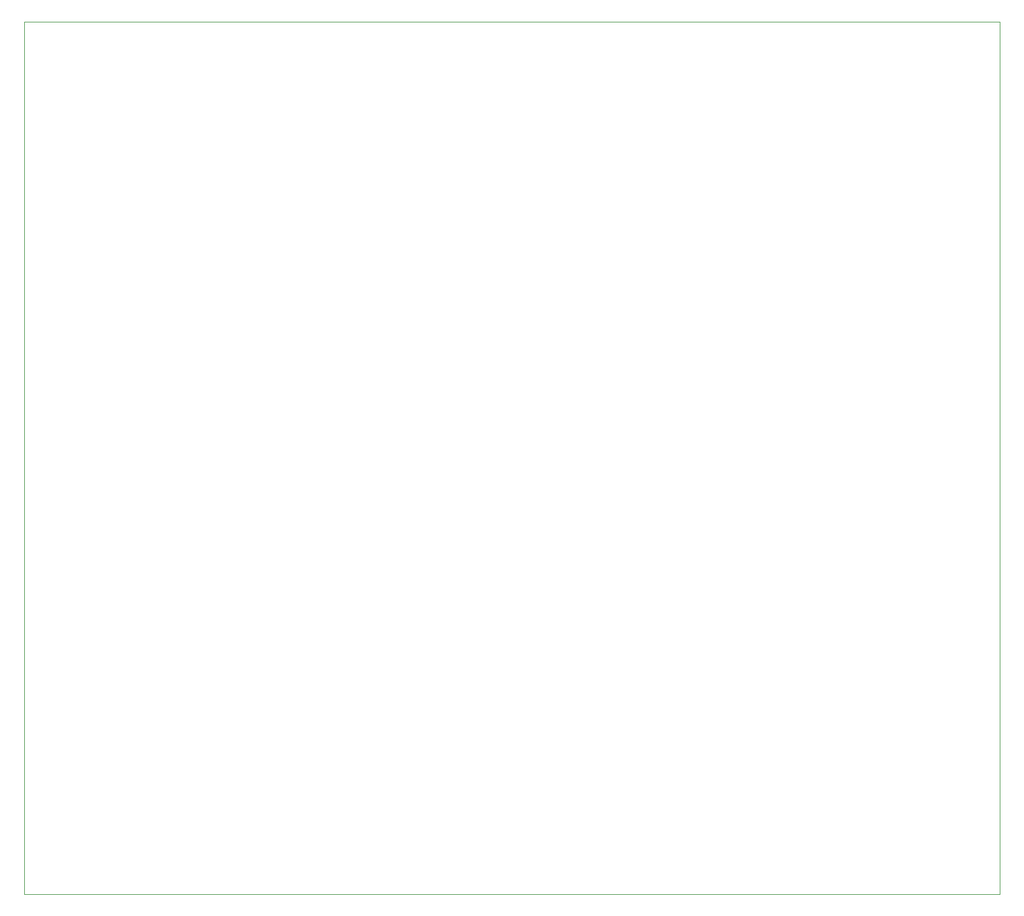
<source format=gko>
G04*
G04 #@! TF.GenerationSoftware,Altium Limited,Altium Designer,21.3.2 (30)*
G04*
G04 Layer_Color=16711935*
%FSTAX24Y24*%
%MOIN*%
G70*
G04*
G04 #@! TF.SameCoordinates,7032F62B-6258-4621-937C-C93DEBE01454*
G04*
G04*
G04 #@! TF.FilePolarity,Positive*
G04*
G01*
G75*
%ADD15C,0.0010*%
D15*
X00592Y048032D02*
X05957D01*
X05957Y0D01*
X00592D02*
X05957D01*
X00592Y048032D02*
X00592Y0D01*
M02*

</source>
